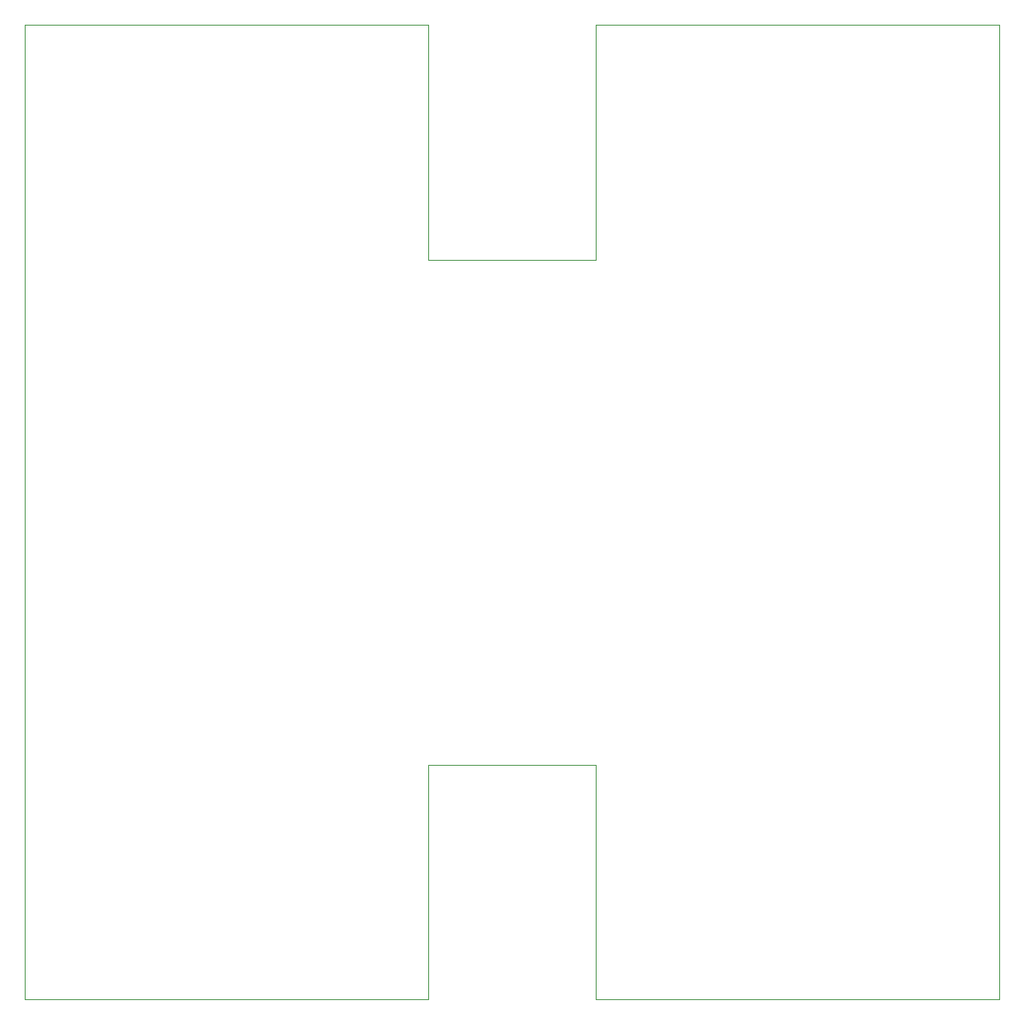
<source format=gbr>
%TF.GenerationSoftware,KiCad,Pcbnew,(5.1.10)-1*%
%TF.CreationDate,2021-12-13T12:24:24+01:00*%
%TF.ProjectId,Analog2HDMI_panel,416e616c-6f67-4324-9844-4d495f70616e,rev?*%
%TF.SameCoordinates,Original*%
%TF.FileFunction,Profile,NP*%
%FSLAX46Y46*%
G04 Gerber Fmt 4.6, Leading zero omitted, Abs format (unit mm)*
G04 Created by KiCad (PCBNEW (5.1.10)-1) date 2021-12-13 12:24:24*
%MOMM*%
%LPD*%
G01*
G04 APERTURE LIST*
%TA.AperFunction,Profile*%
%ADD10C,0.050000*%
%TD*%
G04 APERTURE END LIST*
D10*
X158600000Y-127400000D02*
X158600000Y-151500000D01*
X200000000Y-101500000D02*
X200000000Y-151500000D01*
X100000000Y-101500000D02*
X100000000Y-151500000D01*
X141400000Y-151500000D02*
X141400000Y-127400000D01*
X141400000Y-151500000D02*
X100000000Y-151500000D01*
X158600000Y-151500000D02*
X200000000Y-151500000D01*
X141400000Y-127400000D02*
X158600000Y-127400000D01*
X141400000Y-51500000D02*
X100000000Y-51500000D01*
X158600000Y-75600000D02*
X158600000Y-51500000D01*
X141400000Y-75600000D02*
X158600000Y-75600000D01*
X141400000Y-51500000D02*
X141400000Y-75600000D01*
X100000000Y-101500000D02*
X100000000Y-51500000D01*
X200000000Y-101500000D02*
X200000000Y-51500000D01*
X158600000Y-51500000D02*
X200000000Y-51500000D01*
M02*

</source>
